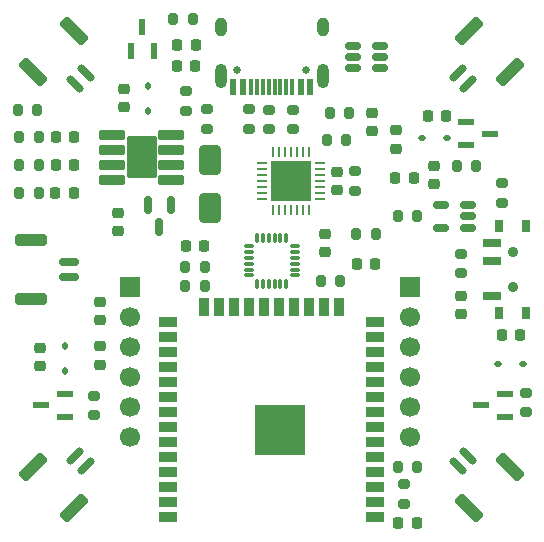
<source format=gbr>
%TF.GenerationSoftware,KiCad,Pcbnew,9.0.6*%
%TF.CreationDate,2026-01-08T21:46:16-05:00*%
%TF.ProjectId,espdroneea,65737064-726f-46e6-9565-612e6b696361,rev?*%
%TF.SameCoordinates,Original*%
%TF.FileFunction,Soldermask,Top*%
%TF.FilePolarity,Negative*%
%FSLAX46Y46*%
G04 Gerber Fmt 4.6, Leading zero omitted, Abs format (unit mm)*
G04 Created by KiCad (PCBNEW 9.0.6) date 2026-01-08 21:46:16*
%MOMM*%
%LPD*%
G01*
G04 APERTURE LIST*
G04 Aperture macros list*
%AMRoundRect*
0 Rectangle with rounded corners*
0 $1 Rounding radius*
0 $2 $3 $4 $5 $6 $7 $8 $9 X,Y pos of 4 corners*
0 Add a 4 corners polygon primitive as box body*
4,1,4,$2,$3,$4,$5,$6,$7,$8,$9,$2,$3,0*
0 Add four circle primitives for the rounded corners*
1,1,$1+$1,$2,$3*
1,1,$1+$1,$4,$5*
1,1,$1+$1,$6,$7*
1,1,$1+$1,$8,$9*
0 Add four rect primitives between the rounded corners*
20,1,$1+$1,$2,$3,$4,$5,0*
20,1,$1+$1,$4,$5,$6,$7,0*
20,1,$1+$1,$6,$7,$8,$9,0*
20,1,$1+$1,$8,$9,$2,$3,0*%
G04 Aperture macros list end*
%ADD10RoundRect,0.225000X0.250000X-0.225000X0.250000X0.225000X-0.250000X0.225000X-0.250000X-0.225000X0*%
%ADD11RoundRect,0.200000X-0.200000X-0.275000X0.200000X-0.275000X0.200000X0.275000X-0.200000X0.275000X0*%
%ADD12RoundRect,0.225000X-0.225000X-0.250000X0.225000X-0.250000X0.225000X0.250000X-0.225000X0.250000X0*%
%ADD13R,0.800000X1.000000*%
%ADD14C,0.900000*%
%ADD15R,1.500000X0.700000*%
%ADD16RoundRect,0.200000X-0.275000X0.200000X-0.275000X-0.200000X0.275000X-0.200000X0.275000X0.200000X0*%
%ADD17RoundRect,0.250000X0.650000X-1.000000X0.650000X1.000000X-0.650000X1.000000X-0.650000X-1.000000X0*%
%ADD18RoundRect,0.218750X0.218750X0.256250X-0.218750X0.256250X-0.218750X-0.256250X0.218750X-0.256250X0*%
%ADD19RoundRect,0.225000X-0.250000X0.225000X-0.250000X-0.225000X0.250000X-0.225000X0.250000X0.225000X0*%
%ADD20RoundRect,0.100500X-0.986500X-0.301500X0.986500X-0.301500X0.986500X0.301500X-0.986500X0.301500X0*%
%ADD21RoundRect,0.102000X-1.206500X-1.651000X1.206500X-1.651000X1.206500X1.651000X-1.206500X1.651000X0*%
%ADD22RoundRect,0.225000X0.225000X0.250000X-0.225000X0.250000X-0.225000X-0.250000X0.225000X-0.250000X0*%
%ADD23RoundRect,0.200000X0.275000X-0.200000X0.275000X0.200000X-0.275000X0.200000X-0.275000X-0.200000X0*%
%ADD24R,1.320800X0.558800*%
%ADD25RoundRect,0.062500X-0.337500X-0.062500X0.337500X-0.062500X0.337500X0.062500X-0.337500X0.062500X0*%
%ADD26RoundRect,0.062500X-0.062500X-0.337500X0.062500X-0.337500X0.062500X0.337500X-0.062500X0.337500X0*%
%ADD27R,3.350000X3.350000*%
%ADD28RoundRect,0.150000X-0.601041X-0.388909X-0.388909X-0.601041X0.601041X0.388909X0.388909X0.601041X0*%
%ADD29RoundRect,0.250000X-0.954594X-0.601041X-0.601041X-0.954594X0.954594X0.601041X0.601041X0.954594X0*%
%ADD30RoundRect,0.150000X-0.150000X0.587500X-0.150000X-0.587500X0.150000X-0.587500X0.150000X0.587500X0*%
%ADD31RoundRect,0.112500X0.187500X0.112500X-0.187500X0.112500X-0.187500X-0.112500X0.187500X-0.112500X0*%
%ADD32RoundRect,0.112500X-0.112500X0.187500X-0.112500X-0.187500X0.112500X-0.187500X0.112500X0.187500X0*%
%ADD33RoundRect,0.075000X0.075000X-0.350000X0.075000X0.350000X-0.075000X0.350000X-0.075000X-0.350000X0*%
%ADD34RoundRect,0.075000X0.350000X0.075000X-0.350000X0.075000X-0.350000X-0.075000X0.350000X-0.075000X0*%
%ADD35C,0.650000*%
%ADD36R,0.600000X1.450000*%
%ADD37R,0.300000X1.450000*%
%ADD38O,1.000000X2.100000*%
%ADD39O,1.000000X1.600000*%
%ADD40RoundRect,0.150000X0.512500X0.150000X-0.512500X0.150000X-0.512500X-0.150000X0.512500X-0.150000X0*%
%ADD41RoundRect,0.200000X0.200000X0.275000X-0.200000X0.275000X-0.200000X-0.275000X0.200000X-0.275000X0*%
%ADD42RoundRect,0.150000X0.388909X-0.601041X0.601041X-0.388909X-0.388909X0.601041X-0.601041X0.388909X0*%
%ADD43RoundRect,0.250000X0.601041X-0.954594X0.954594X-0.601041X-0.601041X0.954594X-0.954594X0.601041X0*%
%ADD44RoundRect,0.150000X-0.700000X0.150000X-0.700000X-0.150000X0.700000X-0.150000X0.700000X0.150000X0*%
%ADD45RoundRect,0.250000X-1.100000X0.250000X-1.100000X-0.250000X1.100000X-0.250000X1.100000X0.250000X0*%
%ADD46R,1.700000X1.700000*%
%ADD47C,1.700000*%
%ADD48RoundRect,0.150000X-0.388909X0.601041X-0.601041X0.388909X0.388909X-0.601041X0.601041X-0.388909X0*%
%ADD49RoundRect,0.250000X-0.601041X0.954594X-0.954594X0.601041X0.601041X-0.954594X0.954594X-0.601041X0*%
%ADD50R,1.500000X0.900000*%
%ADD51R,0.900000X1.500000*%
%ADD52C,0.600000*%
%ADD53R,4.200000X4.200000*%
%ADD54RoundRect,0.218750X0.256250X-0.218750X0.256250X0.218750X-0.256250X0.218750X-0.256250X-0.218750X0*%
%ADD55RoundRect,0.150000X0.601041X0.388909X0.388909X0.601041X-0.601041X-0.388909X-0.388909X-0.601041X0*%
%ADD56RoundRect,0.250000X0.954594X0.601041X0.601041X0.954594X-0.954594X-0.601041X-0.601041X-0.954594X0*%
%ADD57R,0.558800X1.320800*%
G04 APERTURE END LIST*
D10*
%TO.C,C7*%
X127000000Y-121025000D03*
X127000000Y-119475000D03*
%TD*%
D11*
%TO.C,R24*%
X101137500Y-113650000D03*
X102787500Y-113650000D03*
%TD*%
D12*
%TO.C,C2*%
X132975000Y-114750000D03*
X134525000Y-114750000D03*
%TD*%
D13*
%TO.C,SW1*%
X141790000Y-126150000D03*
X144000000Y-126150000D03*
D14*
X142900000Y-124000000D03*
X142900000Y-121000000D03*
D13*
X141790000Y-118850000D03*
X144000000Y-118850000D03*
D15*
X141140000Y-124750000D03*
X141140000Y-121750000D03*
X141140000Y-120250000D03*
%TD*%
D11*
%TO.C,R7*%
X126675000Y-123500000D03*
X128325000Y-123500000D03*
%TD*%
D16*
%TO.C,R14*%
X117000000Y-108925000D03*
X117000000Y-110575000D03*
%TD*%
D11*
%TO.C,R9*%
X138175000Y-113750000D03*
X139825000Y-113750000D03*
%TD*%
D17*
%TO.C,D1*%
X117250000Y-117250000D03*
X117250000Y-113250000D03*
%TD*%
D11*
%TO.C,R25*%
X101137500Y-111250000D03*
X102787500Y-111250000D03*
%TD*%
D18*
%TO.C,D7*%
X116037500Y-105250000D03*
X114462500Y-105250000D03*
%TD*%
D11*
%TO.C,R22*%
X127175000Y-111500000D03*
X128825000Y-111500000D03*
%TD*%
D19*
%TO.C,C16*%
X136250000Y-113725000D03*
X136250000Y-115275000D03*
%TD*%
D16*
%TO.C,R2*%
X122300000Y-108975000D03*
X122300000Y-110625000D03*
%TD*%
D20*
%TO.C,U5*%
X109025000Y-111085000D03*
X109025000Y-112355000D03*
X109025000Y-113625000D03*
X109025000Y-114895000D03*
X113975000Y-114895000D03*
X113975000Y-113625000D03*
X113975000Y-112355000D03*
X113975000Y-111085000D03*
D21*
X111500000Y-112990000D03*
%TD*%
D10*
%TO.C,C4*%
X108000000Y-130550000D03*
X108000000Y-129000000D03*
%TD*%
D22*
%TO.C,C8*%
X116775000Y-120500000D03*
X115225000Y-120500000D03*
%TD*%
D10*
%TO.C,C5*%
X108000000Y-126775000D03*
X108000000Y-125225000D03*
%TD*%
D23*
%TO.C,R10*%
X107500000Y-134825000D03*
X107500000Y-133175000D03*
%TD*%
D24*
%TO.C,U7*%
X138984000Y-110049999D03*
X138984000Y-111950001D03*
X141016000Y-111000000D03*
%TD*%
D22*
%TO.C,C10*%
X137275000Y-109500000D03*
X135725000Y-109500000D03*
%TD*%
%TO.C,C12*%
X143525000Y-128000000D03*
X141975000Y-128000000D03*
%TD*%
D25*
%TO.C,U1*%
X121700000Y-113500000D03*
X121700000Y-114000000D03*
X121700000Y-114500000D03*
X121700000Y-115000000D03*
X121700000Y-115500000D03*
X121700000Y-116000000D03*
X121700000Y-116500000D03*
D26*
X122650000Y-117450000D03*
X123150000Y-117450000D03*
X123650000Y-117450000D03*
X124150000Y-117450000D03*
X124650000Y-117450000D03*
X125150000Y-117450000D03*
X125650000Y-117450000D03*
D25*
X126600000Y-116500000D03*
X126600000Y-116000000D03*
X126600000Y-115500000D03*
X126600000Y-115000000D03*
X126600000Y-114500000D03*
X126600000Y-114000000D03*
X126600000Y-113500000D03*
D26*
X125650000Y-112550000D03*
X125150000Y-112550000D03*
X124650000Y-112550000D03*
X124150000Y-112550000D03*
X123650000Y-112550000D03*
X123150000Y-112550000D03*
X122650000Y-112550000D03*
D27*
X124150000Y-115000000D03*
%TD*%
D28*
%TO.C,J4*%
X105866206Y-138249911D03*
X106750089Y-139133794D03*
D29*
X102295317Y-139204505D03*
X105795495Y-142704683D03*
%TD*%
D30*
%TO.C,Q1*%
X113950000Y-117062500D03*
X112050000Y-117062500D03*
X113000000Y-118937500D03*
%TD*%
D11*
%TO.C,R5*%
X115175000Y-122250000D03*
X116825000Y-122250000D03*
%TD*%
D16*
%TO.C,R4*%
X138500000Y-121175000D03*
X138500000Y-122825000D03*
%TD*%
D31*
%TO.C,D6*%
X143800000Y-130500000D03*
X141700000Y-130500000D03*
%TD*%
D23*
%TO.C,R15*%
X115250000Y-109075000D03*
X115250000Y-107425000D03*
%TD*%
D18*
%TO.C,D11*%
X105787500Y-111240000D03*
X104212500Y-111240000D03*
%TD*%
D32*
%TO.C,D5*%
X105000000Y-128950000D03*
X105000000Y-131050000D03*
%TD*%
D16*
%TO.C,R17*%
X142000000Y-115175000D03*
X142000000Y-116825000D03*
%TD*%
D33*
%TO.C,U4*%
X121250000Y-123700000D03*
X121750000Y-123700000D03*
X122250000Y-123700000D03*
X122750000Y-123700000D03*
X123250000Y-123700000D03*
X123750000Y-123700000D03*
D34*
X124450000Y-123000000D03*
X124450000Y-122500000D03*
X124450000Y-122000000D03*
X124450000Y-121500000D03*
X124450000Y-121000000D03*
X124450000Y-120500000D03*
D33*
X123750000Y-119800000D03*
X123250000Y-119800000D03*
X122750000Y-119800000D03*
X122250000Y-119800000D03*
X121750000Y-119800000D03*
X121250000Y-119800000D03*
D34*
X120550000Y-120500000D03*
X120550000Y-121000000D03*
X120550000Y-121500000D03*
X120550000Y-122000000D03*
X120550000Y-122500000D03*
X120550000Y-123000000D03*
%TD*%
D35*
%TO.C,J1*%
X125390000Y-105600000D03*
X119610000Y-105600000D03*
D36*
X125750000Y-107045000D03*
X124950000Y-107045000D03*
D37*
X123750000Y-107045000D03*
X122750000Y-107045000D03*
X122250000Y-107045000D03*
X121250000Y-107045000D03*
D36*
X120050000Y-107045000D03*
X119250000Y-107045000D03*
X119250000Y-107045000D03*
X120050000Y-107045000D03*
D37*
X120750000Y-107045000D03*
X121750000Y-107045000D03*
X123250000Y-107045000D03*
X124250000Y-107045000D03*
D36*
X124950000Y-107045000D03*
X125750000Y-107045000D03*
D38*
X126820000Y-106130000D03*
D39*
X126820000Y-101950000D03*
D38*
X118180000Y-106130000D03*
D39*
X118180000Y-101950000D03*
%TD*%
D40*
%TO.C,U2*%
X139137500Y-118950000D03*
X139137500Y-118000000D03*
X139137500Y-117050000D03*
X136862500Y-117050000D03*
X136862500Y-118950000D03*
%TD*%
D41*
%TO.C,R16*%
X102650000Y-109000000D03*
X101000000Y-109000000D03*
%TD*%
D42*
%TO.C,J5*%
X138249911Y-139133794D03*
X139133794Y-138249911D03*
D43*
X139204505Y-142704683D03*
X142704683Y-139204505D03*
%TD*%
D44*
%TO.C,J6*%
X105350000Y-121875000D03*
X105350000Y-123125000D03*
D45*
X102150000Y-120025000D03*
X102150000Y-124975000D03*
%TD*%
D10*
%TO.C,C13*%
X128000000Y-115775000D03*
X128000000Y-114225000D03*
%TD*%
D46*
%TO.C,J7*%
X110500000Y-124000000D03*
D47*
X110500000Y-126540000D03*
X110500000Y-129080000D03*
X110500000Y-131620000D03*
X110500000Y-134160000D03*
X110500000Y-136700000D03*
%TD*%
D32*
%TO.C,D3*%
X112000000Y-106950000D03*
X112000000Y-109050000D03*
%TD*%
D11*
%TO.C,R21*%
X127425000Y-109250000D03*
X129075000Y-109250000D03*
%TD*%
D22*
%TO.C,C3*%
X134775000Y-144000000D03*
X133225000Y-144000000D03*
%TD*%
D11*
%TO.C,R19*%
X133175000Y-118000000D03*
X134825000Y-118000000D03*
%TD*%
D23*
%TO.C,R20*%
X129600000Y-115825000D03*
X129600000Y-114175000D03*
%TD*%
D19*
%TO.C,C11*%
X102860000Y-129132500D03*
X102860000Y-130682500D03*
%TD*%
D23*
%TO.C,R12*%
X133750000Y-142325000D03*
X133750000Y-140675000D03*
%TD*%
D46*
%TO.C,J8*%
X134250000Y-124000000D03*
D47*
X134250000Y-126540000D03*
X134250000Y-129080000D03*
X134250000Y-131620000D03*
X134250000Y-134160000D03*
X134250000Y-136700000D03*
%TD*%
D12*
%TO.C,C6*%
X129725000Y-122000000D03*
X131275000Y-122000000D03*
%TD*%
D16*
%TO.C,R3*%
X120550000Y-108925000D03*
X120550000Y-110575000D03*
%TD*%
D48*
%TO.C,J2*%
X106750089Y-105866206D03*
X105866206Y-106750089D03*
D49*
X105795495Y-102295317D03*
X102295317Y-105795495D03*
%TD*%
D31*
%TO.C,D4*%
X137350000Y-111400000D03*
X135250000Y-111400000D03*
%TD*%
D10*
%TO.C,C15*%
X131000000Y-110775000D03*
X131000000Y-109225000D03*
%TD*%
D11*
%TO.C,R23*%
X101137500Y-116000000D03*
X102787500Y-116000000D03*
%TD*%
D16*
%TO.C,R1*%
X124300000Y-108975000D03*
X124300000Y-110625000D03*
%TD*%
D11*
%TO.C,R13*%
X133175000Y-139250000D03*
X134825000Y-139250000D03*
%TD*%
D18*
%TO.C,D10*%
X105787500Y-113650000D03*
X104212500Y-113650000D03*
%TD*%
D40*
%TO.C,Q2*%
X131637500Y-105450000D03*
X131637500Y-104500000D03*
X131637500Y-103550000D03*
X129362500Y-103550000D03*
X129362500Y-104500000D03*
X129362500Y-105450000D03*
%TD*%
D24*
%TO.C,U8*%
X105016000Y-134950001D03*
X105016000Y-133049999D03*
X102984000Y-134000000D03*
%TD*%
D41*
%TO.C,R18*%
X131325000Y-119500000D03*
X129675000Y-119500000D03*
%TD*%
D24*
%TO.C,U9*%
X142266000Y-134950001D03*
X142266000Y-133049999D03*
X140234000Y-134000000D03*
%TD*%
D19*
%TO.C,C9*%
X110000000Y-107225000D03*
X110000000Y-108775000D03*
%TD*%
D11*
%TO.C,R8*%
X114175000Y-101250000D03*
X115825000Y-101250000D03*
%TD*%
D18*
%TO.C,D9*%
X105762500Y-116000000D03*
X104187500Y-116000000D03*
%TD*%
%TO.C,D8*%
X116075000Y-103500000D03*
X114500000Y-103500000D03*
%TD*%
D50*
%TO.C,U3*%
X131250000Y-143450000D03*
X131250000Y-142180000D03*
X131250000Y-140910000D03*
X131250000Y-139640000D03*
X131250000Y-138370000D03*
X131250000Y-137100000D03*
X131250000Y-135830000D03*
X131250000Y-134560000D03*
X131250000Y-133290000D03*
X131250000Y-132020000D03*
X131250000Y-130750000D03*
X131250000Y-129480000D03*
X131250000Y-128210000D03*
X131250000Y-126940000D03*
D51*
X128210000Y-125690000D03*
X126940000Y-125690000D03*
X125670000Y-125690000D03*
X124400000Y-125690000D03*
X123130000Y-125690000D03*
X121860000Y-125690000D03*
X120590000Y-125690000D03*
X119320000Y-125690000D03*
X118050000Y-125690000D03*
X116780000Y-125690000D03*
D50*
X113750000Y-126940000D03*
X113750000Y-128210000D03*
X113750000Y-129480000D03*
X113750000Y-130750000D03*
X113750000Y-132020000D03*
X113750000Y-133290000D03*
X113750000Y-134560000D03*
X113750000Y-135830000D03*
X113750000Y-137100000D03*
X113750000Y-138370000D03*
X113750000Y-139640000D03*
X113750000Y-140910000D03*
X113750000Y-142180000D03*
X113750000Y-143450000D03*
D52*
X124705000Y-136872500D03*
X124705000Y-135347500D03*
X123942500Y-137635000D03*
X123942500Y-136110000D03*
X123942500Y-134585000D03*
X123180000Y-136872500D03*
D53*
X123180000Y-136110000D03*
D52*
X123180000Y-135347500D03*
X122417500Y-137635000D03*
X122417500Y-136110000D03*
X122417500Y-134585000D03*
X121655000Y-136872500D03*
X121655000Y-135347500D03*
%TD*%
D11*
%TO.C,R6*%
X115175000Y-123900000D03*
X116825000Y-123900000D03*
%TD*%
D10*
%TO.C,C14*%
X133000000Y-112275000D03*
X133000000Y-110725000D03*
%TD*%
%TO.C,C1*%
X109500000Y-119275000D03*
X109500000Y-117725000D03*
%TD*%
D54*
%TO.C,D2*%
X138500000Y-126287500D03*
X138500000Y-124712500D03*
%TD*%
D23*
%TO.C,R11*%
X144000000Y-134575000D03*
X144000000Y-132925000D03*
%TD*%
D55*
%TO.C,J3*%
X139133794Y-106750089D03*
X138249911Y-105866206D03*
D56*
X142704683Y-105795495D03*
X139204505Y-102295317D03*
%TD*%
D57*
%TO.C,U6*%
X110599998Y-104000000D03*
X112500000Y-104000000D03*
X111549999Y-101968000D03*
%TD*%
M02*

</source>
